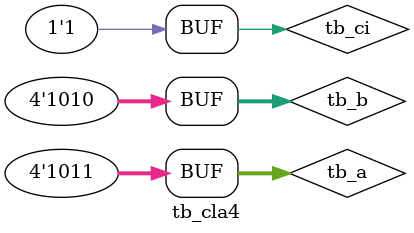
<source format=v>
`timescale 1ns/100ps// set timescale 1ns/100ps

module tb_cla4; // testbench module name tb_rca4
	reg[3:0] tb_a, tb_b; // 3bit reg 
	reg tb_ci;// 1bit reg
	wire [3:0] tb_s; // 3bit wire
	wire tb_co;// 1bit wire
	
	// instance module name test_rca4, use rca4 module
	cla4 test_cla4(.a(tb_a), .b(tb_b), .ci(tb_ci), .co(tb_co), .s(tb_s));
	
	// directed Verification case ,detail in report 
	
	initial begin 
			  tb_a = 4'b0001; tb_b = 4'b0001; tb_ci = 1'b0; //  carry in 0, check s value co value is correct, case 1,2 check cla adder operate add bits properly.
		#10; tb_a = 4'b0001; tb_b = 4'b0001; tb_ci = 1'b1; //  carry in 1, check s value, co value, is correct,
		
		
		#10; tb_a = 4'b1010; tb_b = 4'b0101; tb_ci = 1'b0; // check all bit value is 1111, carry_in is 0
		#10; tb_a = 4'b1111; tb_b = 4'b0000; tb_ci = 1'b1; // check overflow in cla4
		// unsigned signed case add
		
			
		#10; tb_a=4'b1001; tb_b =4'b0010; tb_ci = 1'b0; //check positive add negative bits
		#10; tb_a=4'b1011; tb_b =4'b1010; tb_ci = 1'b0; //check negativebits add negative bitsoverflow occur, SUM =5, carry_out =1
		#10; tb_a=4'b1001; tb_b =4'b0010; tb_ci = 1'b1; // if ci =1,  test case
		#10; tb_a=4'b1011; tb_b =4'b1010; tb_ci = 1'b1; // if ci =1 , test case
		#10; 
	end
endmodule 

</source>
